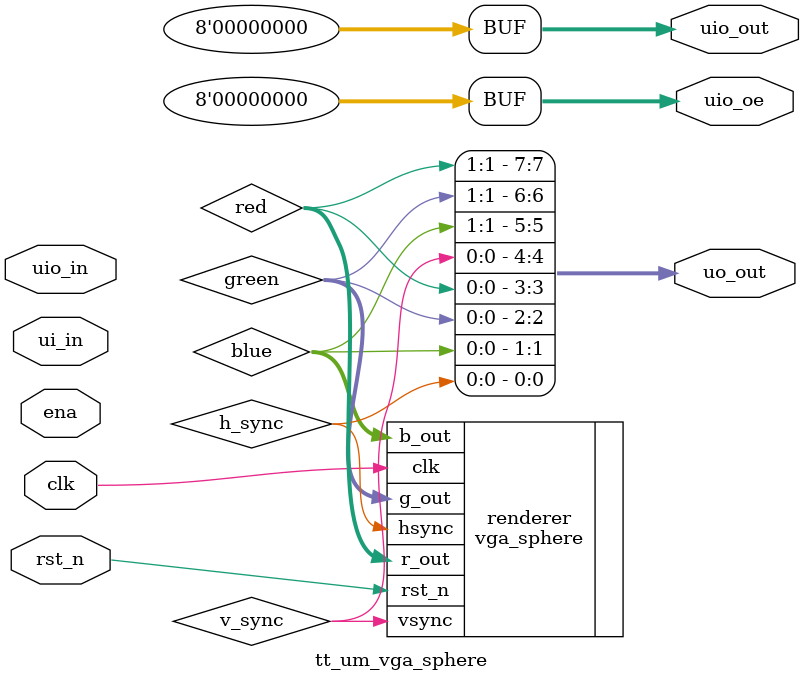
<source format=v>
`default_nettype none


module tt_um_vga_sphere (
    input  wire [7:0] ui_in,    // Dedicated inputs
    output wire [7:0] uo_out,   // Dedicated outputs
    input  wire [7:0] uio_in,   // IOs: Input path
    output wire [7:0] uio_out,  // IOs: Output path
    output wire [7:0] uio_oe,   // IOs: Enable path (active high: 0=input, 1=output)
    input  wire       ena,      // Always 1 when the design is powered
    input  wire       clk,      // Clock (used directly as pixel clock)
    input  wire       rst_n     // Reset (active low)
);

    // VGA output signals
    wire h_sync;
    wire v_sync;
    wire [1:0] red;
    wire [1:0] green;
    wire [1:0] blue;

    // Sphere renderer with VGA timing
    vga_sphere renderer (
        .clk(clk),
        .rst_n(rst_n),
        .vsync(v_sync),
        .hsync(h_sync),
        .r_out(red),
        .g_out(green),
        .b_out(blue)
    );

    // TinyVGA PMOD signal mapping:
    // Bit 0: HSYNC
    // Bit 1: B[0]
    // Bit 2: G[0]
    // Bit 3: R[0]
    // Bit 4: VSYNC
    // Bit 5: B[1]
    // Bit 6: G[1]
    // Bit 7: R[1]
    assign uo_out = {red[1], green[1], blue[1], v_sync, red[0], green[0], blue[0], h_sync};

    // Bidirectional pins unused (configured as inputs)
    assign uio_out = 8'b0;
    assign uio_oe  = 8'b0;

    // Unused input warning suppression
    wire _unused = &{ena, ui_in, uio_in};

endmodule

`default_nettype wire

</source>
